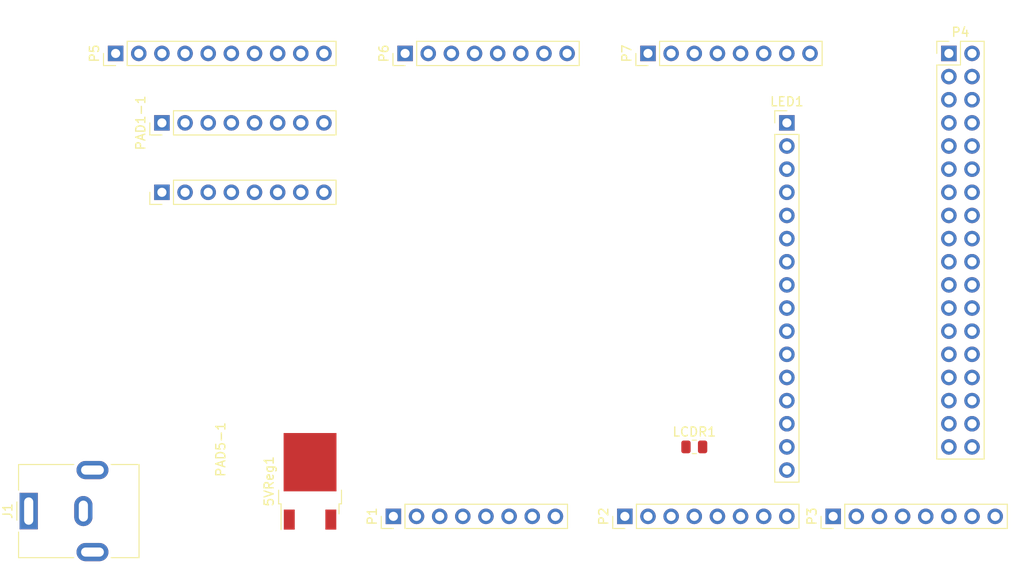
<source format=kicad_pcb>
(kicad_pcb (version 20221018) (generator pcbnew)
  (layers (0 "F.Cu" signal) (31 "B.Cu" signal) (34 "B.Paste" user) (35 "F.Paste" user) (36 "B.SilkS" user "B.Silkscreen") (37 "F.SilkS" user "F.Silkscreen") (38 "B.Mask" user) (39 "F.Mask" user) (44 "Edge.Cuts" user))
  (net 0 "")
  (net 1 "+12V")
  (net 2 "GND")
  (net 3 "/VCC5")
  (net 4 "/Anode")
  (net 5 "/10(**)")
  (net 6 "/22")
  (net 7 "/24")
  (net 8 "/LD0")
  (net 9 "/LD1")
  (net 10 "/LD2")
  (net 11 "/LD3")
  (net 12 "/26")
  (net 13 "/28")
  (net 14 "/30")
  (net 15 "/32")
  (net 16 "/Pad1")
  (net 17 "/Pad2")
  (net 18 "/Pad3")
  (net 19 "/Pad4")
  (net 20 "/Pad5")
  (net 21 "/Pad6")
  (net 22 "/Pad7")
  (net 23 "/Pad8")
  (net 25 "/IOREF")
  (net 27 "+3V3")
  (net 28 "+5V")
  (net 29 "/VCC8")
  (net 30 "/A0")
  (net 31 "/A1")
  (net 32 "/A2")
  (net 33 "/A3")
  (net 34 "/A4")
  (net 35 "/A5")
  (net 36 "/A6")
  (net 37 "/A7")
  (net 38 "/A8")
  (net 39 "/A9")
  (net 40 "/A10")
  (net 41 "/A11")
  (net 42 "/A12")
  (net 43 "/A13")
  (net 44 "/A14")
  (net 45 "/A15")
  (net 46 "Net-(P4-Pad1)")
  (net 47 "/52(SCK)")
  (net 48 "/53(SS)")
  (net 50 "/51(MOSI)")
  (net 51 "/48")
  (net 52 "/49")
  (net 53 "/46")
  (net 54 "/47")
  (net 55 "/44")
  (net 56 "/45")
  (net 57 "/42")
  (net 58 "/43")
  (net 59 "/40")
  (net 60 "/41")
  (net 61 "/38")
  (net 62 "/39")
  (net 63 "/36")
  (net 64 "/37")
  (net 65 "/34")
  (net 66 "/35")
  (net 67 "/33")
  (net 68 "/31")
  (net 69 "/29")
  (net 70 "/27")
  (net 71 "/25")
  (net 72 "/23")
  (net 75 "/SCL")
  (net 76 "/SDA")
  (net 77 "/AREF")
  (net 78 "/13(**)")
  (net 79 "/12(**)")
  (net 80 "/11(**)")
  (net 81 "/9(**)")
  (net 82 "/8(**)")
  (net 83 "/7(**)")
  (net 84 "/6(**)")
  (net 85 "/5(**)")
  (net 86 "/4(**)")
  (net 87 "/3(**)")
  (net 88 "/2(**)")
  (net 89 "/1(Tx0)")
  (net 90 "/0(Rx0)")
  (net 91 "/14(Tx3)")
  (net 92 "/15(Rx3)")
  (net 93 "/16(Tx2)")
  (net 94 "/17(Rx2)")
  (net 95 "/18(Tx1)")
  (net 96 "/19(Rx1)")
  (net 97 "/20(SDA)")
  (net 98 "/21(SCL)")
  (footprint "Connector_PinHeader_2.54mm:PinHeader_1x08_P2.54mm_Vertical" (layer "F.Cu") (at 106.68 76.2 90)
    (fp_text reference "PAD5-1" (at -28.22 6.45 90) (layer "F.SilkS"))
    (fp_text value "Conn_01x08_Male")
    (fp_line (start -1.33 -1.33) (end 0 -1.33) (stroke (width 0.12)) (layer "F.SilkS"))
    (fp_line (start -1.33 0) (end -1.33 -1.33) (stroke (width 0.12)) (layer "F.SilkS"))
    (fp_line (start -1.33 1.27) (end -1.33 19.11) (stroke (width 0.12)) (layer "F.SilkS"))
    (fp_line (start -1.33 1.27) (end 1.33 1.27) (stroke (width 0.12)) (layer "F.SilkS"))
    (fp_line (start -1.33 19.11) (end 1.33 19.11) (stroke (width 0.12)) (layer "F.SilkS"))
    (fp_line (start 1.33 1.27) (end 1.33 19.11) (stroke (width 0.12)) (layer "F.SilkS"))
    (pad "1" thru_hole rect (at 0 0 90) (size 1.7 1.7) (drill 1) (layers "*.Cu" "*.Mask") (net 20 "/Pad5"))
    (pad "2" thru_hole oval (at 0 2.54 90) (size 1.7 1.7) (drill 1) (layers "*.Cu" "*.Mask") (net 21 "/Pad6"))
    (pad "3" thru_hole oval (at 0 5.08 90) (size 1.7 1.7) (drill 1) (layers "*.Cu" "*.Mask") (net 22 "/Pad7"))
    (pad "4" thru_hole oval (at 0 7.62 90) (size 1.7 1.7) (drill 1) (layers "*.Cu" "*.Mask") (net 23 "/Pad8"))
    (pad "5" thru_hole oval (at 0 10.16 90) (size 1.7 1.7) (drill 1) (layers "*.Cu" "*.Mask") (net 1 "+12V"))
    (pad "6" thru_hole oval (at 0 12.7 90) (size 1.7 1.7) (drill 1) (layers "*.Cu" "*.Mask") (net 1 "+12V"))
    (pad "7" thru_hole oval (at 0 15.24 90) (size 1.7 1.7) (drill 1) (layers "*.Cu" "*.Mask") (net 1 "+12V"))
    (pad "8" thru_hole oval (at 0 17.78 90) (size 1.7 1.7) (drill 1) (layers "*.Cu" "*.Mask") (net 1 "+12V"))
  )
  (footprint "Connector_PinHeader_2.54mm:PinHeader_1x08_P2.54mm_Vertical" (layer "F.Cu") (at 132.08 111.76 90)
    (fp_text reference "P1" (at 0 -2.33 90) (layer "F.SilkS"))
    (fp_text value "Power")
    (fp_line (start -1.33 -1.33) (end 0 -1.33) (stroke (width 0.12)) (layer "F.SilkS"))
    (fp_line (start -1.33 0) (end -1.33 -1.33) (stroke (width 0.12)) (layer "F.SilkS"))
    (fp_line (start -1.33 1.27) (end -1.33 19.11) (stroke (width 0.12)) (layer "F.SilkS"))
    (fp_line (start -1.33 1.27) (end 1.33 1.27) (stroke (width 0.12)) (layer "F.SilkS"))
    (fp_line (start -1.33 19.11) (end 1.33 19.11) (stroke (width 0.12)) (layer "F.SilkS"))
    (fp_line (start 1.33 1.27) (end 1.33 19.11) (stroke (width 0.12)) (layer "F.SilkS"))
    (pad "1" thru_hole rect (at 0 0 90) (size 1.7 1.7) (drill 1) (layers "*.Cu" "*.Mask"))
    (pad "2" thru_hole oval (at 0 2.54 90) (size 1.7 1.7) (drill 1) (layers "*.Cu" "*.Mask") (net 25 "/IOREF"))
    (pad "3" thru_hole oval (at 0 5.08 90) (size 1.7 1.7) (drill 1) (layers "*.Cu" "*.Mask"))
    (pad "4" thru_hole oval (at 0 7.62 90) (size 1.7 1.7) (drill 1) (layers "*.Cu" "*.Mask") (net 27 "+3V3"))
    (pad "5" thru_hole oval (at 0 10.16 90) (size 1.7 1.7) (drill 1) (layers "*.Cu" "*.Mask") (net 28 "+5V"))
    (pad "6" thru_hole oval (at 0 12.7 90) (size 1.7 1.7) (drill 1) (layers "*.Cu" "*.Mask") (net 2 "GND"))
    (pad "7" thru_hole oval (at 0 15.24 90) (size 1.7 1.7) (drill 1) (layers "*.Cu" "*.Mask") (net 2 "GND"))
    (pad "8" thru_hole oval (at 0 17.78 90) (size 1.7 1.7) (drill 1) (layers "*.Cu" "*.Mask") (net 29 "/VCC8"))
  )
  (footprint "Resistor_SMD:R_0805_2012Metric" (layer "F.Cu") (at 165.1 104.14)
    (fp_text reference "LCDR1" (at 0 -1.65) (layer "F.SilkS"))
    (fp_text value "220")
    (fp_line (start -0.227064 -0.735) (end 0.227064 -0.735) (stroke (width 0.12)) (layer "F.SilkS"))
    (fp_line (start -0.227064 0.735) (end 0.227064 0.735) (stroke (width 0.12)) (layer "F.SilkS"))
    (pad "1" smd roundrect (at -0.9125 0) (size 1.025 1.4) (layers "F.Cu" "F.Paste" "F.Mask") (roundrect_rratio 0.243902) (net 3 "/VCC5"))
    (pad "2" smd roundrect (at 0.9125 0) (size 1.025 1.4) (layers "F.Cu" "F.Paste" "F.Mask") (roundrect_rratio 0.243902) (net 4 "/Anode"))
  )
  (footprint "Package_TO_SOT_SMD:TO-252-2" (layer "F.Cu") (at 122.935 107.915 90)
    (fp_text reference "5VReg1" (at 0 -4.5 90) (layer "F.SilkS"))
    (fp_text value "LM78M05_TO252")
    (fp_line (start -2.47 -3.45) (end -2.47 -3.18) (stroke (width 0.12)) (layer "F.SilkS"))
    (fp_line (start -2.47 -3.18) (end -5.3 -3.18) (stroke (width 0.12)) (layer "F.SilkS"))
    (fp_line (start -2.47 3.18) (end -3.57 3.18) (stroke (width 0.12)) (layer "F.SilkS"))
    (fp_line (start -2.47 3.45) (end -2.47 3.18) (stroke (width 0.12)) (layer "F.SilkS"))
    (fp_line (start -0.97 -3.45) (end -2.47 -3.45) (stroke (width 0.12)) (layer "F.SilkS"))
    (fp_line (start -0.97 3.45) (end -2.47 3.45) (stroke (width 0.12)) (layer "F.SilkS"))
    (pad "1" smd rect (at -4.2 -2.28 90) (size 2.2 1.2) (layers "F.Cu" "F.Paste" "F.Mask") (net 1 "+12V"))
    (pad "2" smd rect (at 2.1 0 90) (size 6.4 5.8) (layers "F.Cu" "F.Mask") (net 2 "GND"))
    (pad "3" smd rect (at -4.2 2.28 90) (size 2.2 1.2) (layers "F.Cu" "F.Paste" "F.Mask") (net 3 "/VCC5"))
  )
  (footprint "Connector_PinHeader_2.54mm:PinHeader_2x18_P2.54mm_Vertical" (layer "F.Cu") (at 193.04 60.96)
    (fp_text reference "P4" (at 1.27 -2.33) (layer "F.SilkS"))
    (fp_text value "Digital")
    (fp_line (start -1.33 -1.33) (end 0 -1.33) (stroke (width 0.12)) (layer "F.SilkS"))
    (fp_line (start -1.33 0) (end -1.33 -1.33) (stroke (width 0.12)) (layer "F.SilkS"))
    (fp_line (start -1.33 1.27) (end -1.33 44.51) (stroke (width 0.12)) (layer "F.SilkS"))
    (fp_line (start -1.33 1.27) (end 1.27 1.27) (stroke (width 0.12)) (layer "F.SilkS"))
    (fp_line (start -1.33 44.51) (end 3.87 44.51) (stroke (width 0.12)) (layer "F.SilkS"))
    (fp_line (start 1.27 -1.33) (end 3.87 -1.33) (stroke (width 0.12)) (layer "F.SilkS"))
    (fp_line (start 1.27 1.27) (end 1.27 -1.33) (stroke (width 0.12)) (layer "F.SilkS"))
    (fp_line (start 3.87 -1.33) (end 3.87 44.51) (stroke (width 0.12)) (layer "F.SilkS"))
    (pad "1" thru_hole rect (at 0 0) (size 1.7 1.7) (drill 1) (layers "*.Cu" "*.Mask") (net 46 "Net-(P4-Pad1)"))
    (pad "2" thru_hole oval (at 2.54 0) (size 1.7 1.7) (drill 1) (layers "*.Cu" "*.Mask") (net 46 "Net-(P4-Pad1)"))
    (pad "3" thru_hole oval (at 0 2.54) (size 1.7 1.7) (drill 1) (layers "*.Cu" "*.Mask") (net 47 "/52(SCK)"))
    (pad "4" thru_hole oval (at 2.54 2.54) (size 1.7 1.7) (drill 1) (layers "*.Cu" "*.Mask") (net 48 "/53(SS)"))
    (pad "5" thru_hole oval (at 0 5.08) (size 1.7 1.7) (drill 1) (layers "*.Cu" "*.Mask"))
    (pad "6" thru_hole oval (at 2.54 5.08) (size 1.7 1.7) (drill 1) (layers "*.Cu" "*.Mask") (net 50 "/51(MOSI)"))
    (pad "7" thru_hole oval (at 0 7.62) (size 1.7 1.7) (drill 1) (layers "*.Cu" "*.Mask") (net 51 "/48"))
    (pad "8" thru_hole oval (at 2.54 7.62) (size 1.7 1.7) (drill 1) (layers "*.Cu" "*.Mask") (net 52 "/49"))
    (pad "9" thru_hole oval (at 0 10.16) (size 1.7 1.7) (drill 1) (layers "*.Cu" "*.Mask") (net 53 "/46"))
    (pad "10" thru_hole oval (at 2.54 10.16) (size 1.7 1.7) (drill 1) (layers "*.Cu" "*.Mask") (net 54 "/47"))
    (pad "11" thru_hole oval (at 0 12.7) (size 1.7 1.7) (drill 1) (layers "*.Cu" "*.Mask") (net 55 "/44"))
    (pad "12" thru_hole oval (at 2.54 12.7) (size 1.7 1.7) (drill 1) (layers "*.Cu" "*.Mask") (net 56 "/45"))
    (pad "13" thru_hole oval (at 0 15.24) (size 1.7 1.7) (drill 1) (layers "*.Cu" "*.Mask") (net 57 "/42"))
    (pad "14" thru_hole oval (at 2.54 15.24) (size 1.7 1.7) (drill 1) (layers "*.Cu" "*.Mask") (net 58 "/43"))
    (pad "15" thru_hole oval (at 0 17.78) (size 1.7 1.7) (drill 1) (layers "*.Cu" "*.Mask") (net 59 "/40"))
    (pad "16" thru_hole oval (at 2.54 17.78) (size 1.7 1.7) (drill 1) (layers "*.Cu" "*.Mask") (net 60 "/41"))
    (pad "17" thru_hole oval (at 0 20.32) (size 1.7 1.7) (drill 1) (layers "*.Cu" "*.Mask") (net 61 "/38"))
    (pad "18" thru_hole oval (at 2.54 20.32) (size 1.7 1.7) (drill 1) (layers "*.Cu" "*.Mask") (net 62 "/39"))
    (pad "19" thru_hole oval (at 0 22.86) (size 1.7 1.7) (drill 1) (layers "*.Cu" "*.Mask") (net 63 "/36"))
    (pad "20" thru_hole oval (at 2.54 22.86) (size 1.7 1.7) (drill 1) (layers "*.Cu" "*.Mask") (net 64 "/37"))
    (pad "21" thru_hole oval (at 0 25.4) (size 1.7 1.7) (drill 1) (layers "*.Cu" "*.Mask") (net 65 "/34"))
    (pad "22" thru_hole oval (at 2.54 25.4) (size 1.7 1.7) (drill 1) (layers "*.Cu" "*.Mask") (net 66 "/35"))
    (pad "23" thru_hole oval (at 0 27.94) (size 1.7 1.7) (drill 1) (layers "*.Cu" "*.Mask") (net 15 "/32"))
    (pad "24" thru_hole oval (at 2.54 27.94) (size 1.7 1.7) (drill 1) (layers "*.Cu" "*.Mask") (net 67 "/33"))
    (pad "25" thru_hole oval (at 0 30.48) (size 1.7 1.7) (drill 1) (layers "*.Cu" "*.Mask") (net 14 "/30"))
    (pad "26" thru_hole oval (at 2.54 30.48) (size 1.7 1.7) (drill 1) (layers "*.Cu" "*.Mask") (net 68 "/31"))
    (pad "27" thru_hole oval (at 0 33.02) (size 1.7 1.7) (drill 1) (layers "*.Cu" "*.Mask") (net 13 "/28"))
    (pad "28" thru_hole oval (at 2.54 33.02) (size 1.7 1.7) (drill 1) (layers "*.Cu" "*.Mask") (net 69 "/29"))
    (pad "29" thru_hole oval (at 0 35.56) (size 1.7 1.7) (drill 1) (layers "*.Cu" "*.Mask") (net 12 "/26"))
    (pad "30" thru_hole oval (at 2.54 35.56) (size 1.7 1.7) (drill 1) (layers "*.Cu" "*.Mask") (net 70 "/27"))
    (pad "31" thru_hole oval (at 0 38.1) (size 1.7 1.7) (drill 1) (layers "*.Cu" "*.Mask") (net 7 "/24"))
    (pad "32" thru_hole oval (at 2.54 38.1) (size 1.7 1.7) (drill 1) (layers "*.Cu" "*.Mask") (net 71 "/25"))
    (pad "33" thru_hole oval (at 0 40.64) (size 1.7 1.7) (drill 1) (layers "*.Cu" "*.Mask") (net 6 "/22"))
    (pad "34" thru_hole oval (at 2.54 40.64) (size 1.7 1.7) (drill 1) (layers "*.Cu" "*.Mask") (net 72 "/23"))
    (pad "35" thru_hole oval (at 0 43.18) (size 1.7 1.7) (drill 1) (layers "*.Cu" "*.Mask"))
    (pad "36" thru_hole oval (at 2.54 43.18) (size 1.7 1.7) (drill 1) (layers "*.Cu" "*.Mask"))
  )
  (footprint "Connector_PinHeader_2.54mm:PinHeader_1x08_P2.54mm_Vertical" (layer "F.Cu") (at 106.68 68.58 90)
    (fp_text reference "PAD1-1" (at 0 -2.33 90) (layer "F.SilkS"))
    (fp_text value "Conn_01x08_Male")
    (fp_line (start -1.33 -1.33) (end 0 -1.33) (stroke (width 0.12)) (layer "F.SilkS"))
    (fp_line (start -1.33 0) (end -1.33 -1.33) (stroke (width 0.12)) (layer "F.SilkS"))
    (fp_line (start -1.33 1.27) (end -1.33 19.11) (stroke (width 0.12)) (layer "F.SilkS"))
    (fp_line (start -1.33 1.27) (end 1.33 1.27) (stroke (width 0.12)) (layer "F.SilkS"))
    (fp_line (start -1.33 19.11) (end 1.33 19.11) (stroke (width 0.12)) (layer "F.SilkS"))
    (fp_line (start 1.33 1.27) (end 1.33 19.11) (stroke (width 0.12)) (layer "F.SilkS"))
    (pad "1" thru_hole rect (at 0 0 90) (size 1.7 1.7) (drill 1) (layers "*.Cu" "*.Mask") (net 16 "/Pad1"))
    (pad "2" thru_hole oval (at 0 2.54 90) (size 1.7 1.7) (drill 1) (layers "*.Cu" "*.Mask") (net 17 "/Pad2"))
    (pad "3" thru_hole oval (at 0 5.08 90) (size 1.7 1.7) (drill 1) (layers "*.Cu" "*.Mask") (net 18 "/Pad3"))
    (pad "4" thru_hole oval (at 0 7.62 90) (size 1.7 1.7) (drill 1) (layers "*.Cu" "*.Mask") (net 19 "/Pad4"))
    (pad "5" thru_hole oval (at 0 10.16 90) (size 1.7 1.7) (drill 1) (layers "*.Cu" "*.Mask") (net 1 "+12V"))
    (pad "6" thru_hole oval (at 0 12.7 90) (size 1.7 1.7) (drill 1) (layers "*.Cu" "*.Mask") (net 1 "+12V"))
    (pad "7" thru_hole oval (at 0 15.24 90) (size 1.7 1.7) (drill 1) (layers "*.Cu" "*.Mask") (net 1 "+12V"))
    (pad "8" thru_hole oval (at 0 17.78 90) (size 1.7 1.7) (drill 1) (layers "*.Cu" "*.Mask") (net 1 "+12V"))
  )
  (footprint "Connector_PinHeader_2.54mm:PinHeader_1x10_P2.54mm_Vertical" (layer "F.Cu") (at 101.6 60.96 90)
    (fp_text reference "P5" (at 0 -2.33 90) (layer "F.SilkS"))
    (fp_text value "PWM")
    (fp_line (start -1.33 -1.33) (end 0 -1.33) (stroke (width 0.12)) (layer "F.SilkS"))
    (fp_line (start -1.33 0) (end -1.33 -1.33) (stroke (width 0.12)) (layer "F.SilkS"))
    (fp_line (start -1.33 1.27) (end -1.33 24.19) (stroke (width 0.12)) (layer "F.SilkS"))
    (fp_line (start -1.33 1.27) (end 1.33 1.27) (stroke (width 0.12)) (layer "F.SilkS"))
    (fp_line (start -1.33 24.19) (end 1.33 24.19) (stroke (width 0.12)) (layer "F.SilkS"))
    (fp_line (start 1.33 1.27) (end 1.33 24.19) (stroke (width 0.12)) (layer "F.SilkS"))
    (pad "1" thru_hole rect (at 0 0 90) (size 1.7 1.7) (drill 1) (layers "*.Cu" "*.Mask") (net 75 "/SCL"))
    (pad "2" thru_hole oval (at 0 2.54 90) (size 1.7 1.7) (drill 1) (layers "*.Cu" "*.Mask") (net 76 "/SDA"))
    (pad "3" thru_hole oval (at 0 5.08 90) (size 1.7 1.7) (drill 1) (layers "*.Cu" "*.Mask") (net 77 "/AREF"))
    (pad "4" thru_hole oval (at 0 7.62 90) (size 1.7 1.7) (drill 1) (layers "*.Cu" "*.Mask") (net 2 "GND"))
    (pad "5" thru_hole oval (at 0 10.16 90) (size 1.7 1.7) (drill 1) (layers "*.Cu" "*.Mask") (net 78 "/13(**)"))
    (pad "6" thru_hole oval (at 0 12.7 90) (size 1.7 1.7) (drill 1) (layers "*.Cu" "*.Mask") (net 79 "/12(**)"))
    (pad "7" thru_hole oval (at 0 15.24 90) (size 1.7 1.7) (drill 1) (layers "*.Cu" "*.Mask") (net 80 "/11(**)"))
    (pad "8" thru_hole oval (at 0 17.78 90) (size 1.7 1.7) (drill 1) (layers "*.Cu" "*.Mask") (net 5 "/10(**)"))
    (pad "9" thru_hole oval (at 0 20.32 90) (size 1.7 1.7) (drill 1) (layers "*.Cu" "*.Mask") (net 81 "/9(**)"))
    (pad "10" thru_hole oval (at 0 22.86 90) (size 1.7 1.7) (drill 1) (layers "*.Cu" "*.Mask") (net 82 "/8(**)"))
  )
  (footprint "Connector_PinHeader_2.54mm:PinHeader_1x08_P2.54mm_Vertical" (layer "F.Cu") (at 160.02 60.96 90)
    (fp_text reference "P7" (at 0 -2.33 90) (layer "F.SilkS"))
    (fp_text value "Communication")
    (fp_line (start -1.33 -1.33) (end 0 -1.33) (stroke (width 0.12)) (layer "F.SilkS"))
    (fp_line (start -1.33 0) (end -1.33 -1.33) (stroke (width 0.12)) (layer "F.SilkS"))
    (fp_line (start -1.33 1.27) (end -1.33 19.11) (stroke (width 0.12)) (layer "F.SilkS"))
    (fp_line (start -1.33 1.27) (end 1.33 1.27) (stroke (width 0.12)) (layer "F.SilkS"))
    (fp_line (start -1.33 19.11) (end 1.33 19.11) (stroke (width 0.12)) (layer "F.SilkS"))
    (fp_line (start 1.33 1.27) (end 1.33 19.11) (stroke (width 0.12)) (layer "F.SilkS"))
    (pad "1" thru_hole rect (at 0 0 90) (size 1.7 1.7) (drill 1) (layers "*.Cu" "*.Mask") (net 91 "/14(Tx3)"))
    (pad "2" thru_hole oval (at 0 2.54 90) (size 1.7 1.7) (drill 1) (layers "*.Cu" "*.Mask") (net 92 "/15(Rx3)"))
    (pad "3" thru_hole oval (at 0 5.08 90) (size 1.7 1.7) (drill 1) (layers "*.Cu" "*.Mask") (net 93 "/16(Tx2)"))
    (pad "4" thru_hole oval (at 0 7.62 90) (size 1.7 1.7) (drill 1) (layers "*.Cu" "*.Mask") (net 94 "/17(Rx2)"))
    (pad "5" thru_hole oval (at 0 10.16 90) (size 1.7 1.7) (drill 1) (layers "*.Cu" "*.Mask") (net 95 "/18(Tx1)"))
    (pad "6" thru_hole oval (at 0 12.7 90) (size 1.7 1.7) (drill 1) (layers "*.Cu" "*.Mask") (net 96 "/19(Rx1)"))
    (pad "7" thru_hole oval (at 0 15.24 90) (size 1.7 1.7) (drill 1) (layers "*.Cu" "*.Mask") (net 97 "/20(SDA)"))
    (pad "8" thru_hole oval (at 0 17.78 90) (size 1.7 1.7) (drill 1) (layers "*.Cu" "*.Mask") (net 98 "/21(SCL)"))
  )
  (footprint "Connector_PinHeader_2.54mm:PinHeader_1x16_P2.54mm_Vertical" (layer "F.Cu") (at 175.26 68.58)
    (fp_text reference "LED1" (at 0 -2.33) (layer "F.SilkS"))
    (fp_text value "Conn_01x16_Male")
    (fp_line (start -1.33 -1.33) (end 0 -1.33) (stroke (width 0.12)) (layer "F.SilkS"))
    (fp_line (start -1.33 0) (end -1.33 -1.33) (stroke (width 0.12)) (layer "F.SilkS"))
    (fp_line (start -1.33 1.27) (end -1.33 39.43) (stroke (width 0.12)) (layer "F.SilkS"))
    (fp_line (start -1.33 1.27) (end 1.33 1.27) (stroke (width 0.12)) (layer "F.SilkS"))
    (fp_line (start -1.33 39.43) (end 1.33 39.43) (stroke (width 0.12)) (layer "F.SilkS"))
    (fp_line (start 1.33 1.27) (end 1.33 39.43) (stroke (width 0.12)) (layer "F.SilkS"))
    (pad "1" thru_hole rect (at 0 0) (size 1.7 1.7) (drill 1) (layers "*.Cu" "*.Mask") (net 2 "GND"))
    (pad "2" thru_hole oval (at 0 2.54) (size 1.7 1.7) (drill 1) (layers "*.Cu" "*.Mask") (net 3 "/VCC5"))
    (pad "3" thru_hole oval (at 0 5.08) (size 1.7 1.7) (drill 1) (layers "*.Cu" "*.Mask") (net 5 "/10(**)"))
    (pad "4" thru_hole oval (at 0 7.62) (size 1.7 1.7) (drill 1) (layers "*.Cu" "*.Mask") (net 6 "/22"))
    (pad "5" thru_hole oval (at 0 10.16) (size 1.7 1.7) (drill 1) (layers "*.Cu" "*.Mask") (net 2 "GND"))
    (pad "6" thru_hole oval (at 0 12.7) (size 1.7 1.7) (drill 1) (layers "*.Cu" "*.Mask") (net 7 "/24"))
    (pad "7" thru_hole oval (at 0 15.24) (size 1.7 1.7) (drill 1) (layers "*.Cu" "*.Mask") (net 8 "/LD0"))
    (pad "8" thru_hole oval (at 0 17.78) (size 1.7 1.7) (drill 1) (layers "*.Cu" "*.Mask") (net 9 "/LD1"))
    (pad "9" thru_hole oval (at 0 20.32) (size 1.7 1.7) (drill 1) (layers "*.Cu" "*.Mask") (net 10 "/LD2"))
    (pad "10" thru_hole oval (at 0 22.86) (size 1.7 1.7) (drill 1) (layers "*.Cu" "*.Mask") (net 11 "/LD3"))
    (pad "11" thru_hole oval (at 0 25.4) (size 1.7 1.7) (drill 1) (layers "*.Cu" "*.Mask") (net 12 "/26"))
    (pad "12" thru_hole oval (at 0 27.94) (size 1.7 1.7) (drill 1) (layers "*.Cu" "*.Mask") (net 13 "/28"))
    (pad "13" thru_hole oval (at 0 30.48) (size 1.7 1.7) (drill 1) (layers "*.Cu" "*.Mask") (net 14 "/30"))
    (pad "14" thru_hole oval (at 0 33.02) (size 1.7 1.7) (drill 1) (layers "*.Cu" "*.Mask") (net 15 "/32"))
    (pad "15" thru_hole oval (at 0 35.56) (size 1.7 1.7) (drill 1) (layers "*.Cu" "*.Mask") (net 4 "/Anode"))
    (pad "16" thru_hole oval (at 0 38.1) (size 1.7 1.7) (drill 1) (layers "*.Cu" "*.Mask") (net 2 "GND"))
  )
  (footprint "Connector_BarrelJack:BarrelJack_CUI_PJ-063AH_Horizontal" (layer "F.Cu") (at 92.06 111.18 90)
    (fp_text reference "J1" (at 0 -2.3 90) (layer "F.SilkS"))
    (fp_text value "Jack-DC")
    (fp_line (start -5.11 -1.11) (end -2.3 -1.11) (stroke (width 0.12)) (layer "F.SilkS"))
    (fp_line (start -5.11 4.95) (end -5.11 -1.11) (stroke (width 0.12)) (layer "F.SilkS"))
    (fp_line (start -5.11 12.11) (end -5.11 9.05) (stroke (width 0.12)) (layer "F.SilkS"))
    (fp_line (start -1 -1.3) (end 1 -1.3) (stroke (width 0.12)) (layer "F.SilkS"))
    (fp_line (start 2.3 -1.11) (end 5.11 -1.11) (stroke (width 0.12)) (layer "F.SilkS"))
    (fp_line (start 5.11 -1.11) (end 5.11 4.95) (stroke (width 0.12)) (layer "F.SilkS"))
    (fp_line (start 5.11 9.05) (end 5.11 12.11) (stroke (width 0.12)) (layer "F.SilkS"))
    (fp_line (start 5.11 12.11) (end -5.11 12.11) (stroke (width 0.12)) (layer "F.SilkS"))
    (pad "" np_thru_hole circle (at 0 9 90) (size 1.6 1.6) (drill 1.6) (layers "*.Cu" "*.Mask"))
    (pad "1" thru_hole rect (at 0 0 90) (size 4 2) (drill oval 3 1) (layers "*.Cu" "*.Mask") (net 1 "+12V"))
    (pad "2" thru_hole oval (at 0 6 90) (size 3.3 2) (drill oval 2.3 1) (layers "*.Cu" "*.Mask") (net 2 "GND"))
    (pad "MP" thru_hole oval (at -4.5 7 90) (size 2 3.5) (drill oval 1 2.5) (layers "*.Cu" "*.Mask"))
    (pad "MP" thru_hole oval (at 4.5 7 90) (size 2 3.5) (drill oval 1 2.5) (layers "*.Cu" "*.Mask"))
  )
  (footprint "Connector_PinHeader_2.54mm:PinHeader_1x08_P2.54mm_Vertical" (layer "F.Cu") (at 180.34 111.76 90)
    (fp_text reference "P3" (at 0 -2.33 90) (layer "F.SilkS"))
    (fp_text value "Analog")
    (fp_line (start -1.33 -1.33) (end 0 -1.33) (stroke (width 0.12)) (layer "F.SilkS"))
    (fp_line (start -1.33 0) (end -1.33 -1.33) (stroke (width 0.12)) (layer "F.SilkS"))
    (fp_line (start -1.33 1.27) (end -1.33 19.11) (stroke (width 0.12)) (layer "F.SilkS"))
    (fp_line (start -1.33 1.27) (end 1.33 1.27) (stroke (width 0.12)) (layer "F.SilkS"))
    (fp_line (start -1.33 19.11) (end 1.33 19.11) (stroke (width 0.12)) (layer "F.SilkS"))
    (fp_line (start 1.33 1.27) (end 1.33 19.11) (stroke (width 0.12)) (layer "F.SilkS"))
    (pad "1" thru_hole rect (at 0 0 90) (size 1.7 1.7) (drill 1) (layers "*.Cu" "*.Mask") (net 38 "/A8"))
    (pad "2" thru_hole oval (at 0 2.54 90) (size 1.7 1.7) (drill 1) (layers "*.Cu" "*.Mask") (net 39 "/A9"))
    (pad "3" thru_hole oval (at 0 5.08 90) (size 1.7 1.7) (drill 1) (layers "*.Cu" "*.Mask") (net 40 "/A10"))
    (pad "4" thru_hole oval (at 0 7.62 90) (size 1.7 1.7) (drill 1) (layers "*.Cu" "*.Mask") (net 41 "/A11"))
    (pad "5" thru_hole oval (at 0 10.16 90) (size 1.7 1.7) (drill 1) (layers "*.Cu" "*.Mask") (net 42 "/A12"))
    (pad "6" thru_hole oval (at 0 12.7 90) (size 1.7 1.7) (drill 1) (layers "*.Cu" "*.Mask") (net 43 "/A13"))
    (pad "7" thru_hole oval (at 0 15.24 90) (size 1.7 1.7) (drill 1) (layers "*.Cu" "*.Mask") (net 44 "/A14"))
    (pad "8" thru_hole oval (at 0 17.78 90) (size 1.7 1.7) (drill 1) (layers "*.Cu" "*.Mask") (net 45 "/A15"))
  )
  (footprint "Connector_PinHeader_2.54mm:PinHeader_1x08_P2.54mm_Vertical" (layer "F.Cu") (at 133.365 60.96 90)
    (fp_text reference "P6" (at 0 -2.33 90) (layer "F.SilkS"))
    (fp_text value "PWM")
    (fp_line (start -1.33 -1.33) (end 0 -1.33) (stroke (width 0.12)) (layer "F.SilkS"))
    (fp_line (start -1.33 0) (end -1.33 -1.33) (stroke (width 0.12)) (layer "F.SilkS"))
    (fp_line (start -1.33 1.27) (end -1.33 19.11) (stroke (width 0.12)) (layer "F.SilkS"))
    (fp_line (start -1.33 1.27) (end 1.33 1.27) (stroke (width 0.12)) (layer "F.SilkS"))
    (fp_line (start -1.33 19.11) (end 1.33 19.11) (stroke (width 0.12)) (layer "F.SilkS"))
    (fp_line (start 1.33 1.27) (end 1.33 19.11) (stroke (width 0.12)) (layer "F.SilkS"))
    (pad "1" thru_hole rect (at 0 0 90) (size 1.7 1.7) (drill 1) (layers "*.Cu" "*.Mask") (net 83 "/7(**)"))
    (pad "2" thru_hole oval (at 0 2.54 90) (size 1.7 1.7) (drill 1) (layers "*.Cu" "*.Mask") (net 84 "/6(**)"))
    (pad "3" thru_hole oval (at 0 5.08 90) (size 1.7 1.7) (drill 1) (layers "*.Cu" "*.Mask") (net 85 "/5(**)"))
    (pad "4" thru_hole oval (at 0 7.62 90) (size 1.7 1.7) (drill 1) (layers "*.Cu" "*.Mask") (net 86 "/4(**)"))
    (pad "5" thru_hole oval (at 0 10.16 90) (size 1.7 1.7) (drill 1) (layers "*.Cu" "*.Mask") (net 87 "/3(**)"))
    (pad "6" thru_hole oval (at 0 12.7 90) (size 1.7 1.7) (drill 1) (layers "*.Cu" "*.Mask") (net 88 "/2(**)"))
    (pad "7" thru_hole oval (at 0 15.24 90) (size 1.7 1.7) (drill 1) (layers "*.Cu" "*.Mask") (net 89 "/1(Tx0)"))
    (pad "8" thru_hole oval (at 0 17.78 90) (size 1.7 1.7) (drill 1) (layers "*.Cu" "*.Mask") (net 90 "/0(Rx0)"))
  )
  (footprint "Connector_PinHeader_2.54mm:PinHeader_1x08_P2.54mm_Vertical" (layer "F.Cu") (at 157.48 111.76 90)
    (fp_text reference "P2" (at 0 -2.33 90) (layer "F.SilkS"))
    (fp_text value "Analog")
    (fp_line (start -1.33 -1.33) (end 0 -1.33) (stroke (width 0.12)) (layer "F.SilkS"))
    (fp_line (start -1.33 0) (end -1.33 -1.33) (stroke (width 0.12)) (layer "F.SilkS"))
    (fp_line (start -1.33 1.27) (end -1.33 19.11) (stroke (width 0.12)) (layer "F.SilkS"))
    (fp_line (start -1.33 1.27) (end 1.33 1.27) (stroke (width 0.12)) (layer "F.SilkS"))
    (fp_line (start -1.33 19.11) (end 1.33 19.11) (stroke (width 0.12)) (layer "F.SilkS"))
    (fp_line (start 1.33 1.27) (end 1.33 19.11) (stroke (width 0.12)) (layer "F.SilkS"))
    (pad "1" thru_hole rect (at 0 0 90) (size 1.7 1.7) (drill 1) (layers "*.Cu" "*.Mask") (net 30 "/A0"))
    (pad "2" thru_hole oval (at 0 2.54 90) (size 1.7 1.7) (drill 1) (layers "*.Cu" "*.Mask") (net 31 "/A1"))
    (pad "3" thru_hole oval (at 0 5.08 90) (size 1.7 1.7) (drill 1) (layers "*.Cu" "*.Mask") (net 32 "/A2"))
    (pad "4" thru_hole oval (at 0 7.62 90) (size 1.7 1.7) (drill 1) (layers "*.Cu" "*.Mask") (net 33 "/A3"))
    (pad "5" thru_hole oval (at 0 10.16 90) (size 1.7 1.7) (drill 1) (layers "*.Cu" "*.Mask") (net 34 "/A4"))
    (pad "6" thru_hole oval (at 0 12.7 90) (size 1.7 1.7) (drill 1) (layers "*.Cu" "*.Mask") (net 35 "/A5"))
    (pad "7" thru_hole oval (at 0 15.24 90) (size 1.7 1.7) (drill 1) (layers "*.Cu" "*.Mask") (net 36 "/A6"))
    (pad "8" thru_hole oval (at 0 17.78 90) (size 1.7 1.7) (drill 1) (layers "*.Cu" "*.Mask") (net 37 "/A7"))
  )
)
</source>
